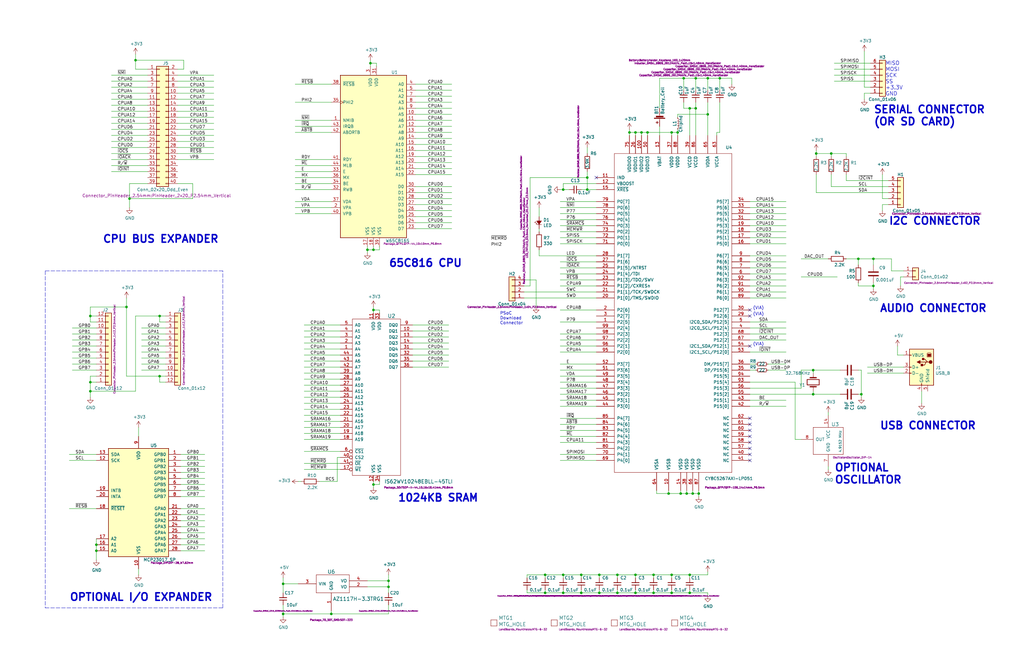
<source format=kicad_sch>
(kicad_sch (version 20211123) (generator eeschema)
  (paper "B")
  (junction (at 139.7 259.08))
  (junction (at 290.83 242.57))
  (junction (at 267.97 242.57))
  (junction (at 237.49 80.01))
  (junction (at 273.05 55.88))
  (junction (at 157.48 105.41))
  (junction (at 53.34 129.54))
  (junction (at 292.1 208.28))
  (junction (at 283.21 242.57))
  (junction (at 294.64 208.28))
  (junction (at 229.87 250.19))
  (junction (at 237.49 250.19))
  (junction (at 237.49 242.57))
  (junction (at 275.59 242.57))
  (junction (at 290.83 250.19))
  (junction (at 245.11 250.19))
  (junction (at 361.95 109.22))
  (junction (at 154.94 105.41))
  (junction (at 289.56 208.28))
  (junction (at 368.3 109.22))
  (junction (at 67.31 158.75))
  (junction (at 38.1 133.35))
  (junction (at 247.65 74.93))
  (junction (at 283.21 250.19))
  (junction (at 245.11 242.57))
  (junction (at 344.17 64.77))
  (junction (at 281.94 208.28))
  (junction (at 260.35 242.57))
  (junction (at 40.64 232.41))
  (junction (at 229.87 242.57))
  (junction (at 163.83 245.11))
  (junction (at 267.97 250.19))
  (junction (at 267.97 55.88))
  (junction (at 265.43 55.88))
  (junction (at 57.15 25.4))
  (junction (at 67.31 133.35))
  (junction (at 119.38 259.08))
  (junction (at 38.1 161.29))
  (junction (at 163.83 247.65))
  (junction (at 40.64 229.87))
  (junction (at 288.29 33.02))
  (junction (at 350.52 64.77))
  (junction (at 260.35 250.19))
  (junction (at 54.61 83.82))
  (junction (at 283.21 55.88))
  (junction (at 252.73 250.19))
  (junction (at 157.48 130.81))
  (junction (at 119.38 246.38))
  (junction (at 290.83 45.72))
  (junction (at 247.65 80.01))
  (junction (at 293.37 33.02))
  (junction (at 303.53 33.02))
  (junction (at 342.9 166.37))
  (junction (at 285.75 55.88))
  (junction (at 252.73 242.57))
  (junction (at 287.02 208.28))
  (junction (at 298.45 33.02))
  (junction (at 342.9 156.21))
  (junction (at 156.21 26.67))
  (junction (at 363.22 166.37))
  (junction (at 293.37 45.72))
  (junction (at 298.45 48.26))
  (junction (at 368.3 120.65))
  (junction (at 38.1 165.1))
  (junction (at 157.48 204.47))
  (junction (at 275.59 250.19))
  (junction (at 270.51 55.88))
  (no_connect (at 316.23 189.23))
  (no_connect (at 316.23 133.35))
  (no_connect (at 316.23 179.07))
  (no_connect (at 316.23 191.77))
  (no_connect (at 316.23 176.53))
  (no_connect (at 316.23 184.15))
  (no_connect (at 316.23 130.81))
  (no_connect (at 316.23 181.61))
  (no_connect (at 251.46 74.93))
  (no_connect (at 316.23 146.05))
  (no_connect (at 316.23 194.31))
  (no_connect (at 316.23 186.69))
  (wire (pts (xy 74.93 44.45) (xy 90.17 44.45)))
  (wire (pts (xy 227.33 105.41) (xy 227.33 107.95)))
  (wire (pts (xy 124.46 35.56) (xy 139.7 35.56)))
  (wire (pts (xy 124.46 43.18) (xy 139.7 43.18)))
  (wire (pts (xy 316.23 171.45) (xy 331.47 171.45)))
  (wire (pts (xy 335.28 185.42) (xy 335.28 161.29)))
  (wire (pts (xy 290.83 57.15) (xy 290.83 45.72)))
  (wire (pts (xy 175.26 68.58) (xy 190.5 68.58)))
  (wire (pts (xy 128.27 154.94) (xy 143.51 154.94)))
  (wire (pts (xy 316.23 143.51) (xy 331.47 143.51)))
  (wire (pts (xy 124.46 69.85) (xy 139.7 69.85)))
  (wire (pts (xy 364.49 36.83) (xy 364.49 21.59)))
  (wire (pts (xy 46.99 72.39) (xy 62.23 72.39)))
  (wire (pts (xy 236.22 186.69) (xy 251.46 186.69)))
  (wire (pts (xy 175.26 83.82) (xy 190.5 83.82)))
  (wire (pts (xy 76.2 209.55) (xy 86.36 209.55)))
  (wire (pts (xy 76.2 201.93) (xy 86.36 201.93)))
  (wire (pts (xy 163.83 247.65) (xy 163.83 250.19)))
  (wire (pts (xy 293.37 45.72) (xy 293.37 57.15)))
  (wire (pts (xy 154.94 105.41) (xy 157.48 105.41)))
  (wire (pts (xy 175.26 35.56) (xy 190.5 35.56)))
  (wire (pts (xy 303.53 38.1) (xy 303.53 33.02)))
  (wire (pts (xy 275.59 242.57) (xy 283.21 242.57)))
  (wire (pts (xy 30.48 143.51) (xy 40.64 143.51)))
  (wire (pts (xy 363.22 166.37) (xy 363.22 167.64)))
  (wire (pts (xy 267.97 243.84) (xy 267.97 242.57)))
  (wire (pts (xy 40.64 140.97) (xy 30.48 140.97)))
  (wire (pts (xy 316.23 168.91) (xy 331.47 168.91)))
  (wire (pts (xy 298.45 48.26) (xy 285.75 48.26)))
  (wire (pts (xy 119.38 259.08) (xy 119.38 255.27)))
  (wire (pts (xy 288.29 33.02) (xy 293.37 33.02)))
  (wire (pts (xy 76.2 207.01) (xy 86.36 207.01)))
  (wire (pts (xy 283.21 55.88) (xy 285.75 55.88)))
  (wire (pts (xy 316.23 102.87) (xy 331.47 102.87)))
  (wire (pts (xy 46.99 44.45) (xy 62.23 44.45)))
  (wire (pts (xy 342.9 166.37) (xy 342.9 165.1)))
  (wire (pts (xy 298.45 48.26) (xy 298.45 57.15)))
  (wire (pts (xy 298.45 43.18) (xy 298.45 48.26)))
  (wire (pts (xy 247.65 64.77) (xy 247.65 62.23)))
  (wire (pts (xy 124.46 80.01) (xy 139.7 80.01)))
  (wire (pts (xy 40.64 161.29) (xy 38.1 161.29)))
  (wire (pts (xy 38.1 158.75) (xy 38.1 161.29)))
  (wire (pts (xy 361.95 109.22) (xy 361.95 111.76)))
  (wire (pts (xy 288.29 38.1) (xy 288.29 33.02)))
  (wire (pts (xy 270.51 57.15) (xy 270.51 55.88)))
  (wire (pts (xy 30.48 153.67) (xy 40.64 153.67)))
  (wire (pts (xy 278.13 53.34) (xy 278.13 57.15)))
  (wire (pts (xy 128.27 180.34) (xy 143.51 180.34)))
  (wire (pts (xy 316.23 92.71) (xy 331.47 92.71)))
  (wire (pts (xy 67.31 133.35) (xy 67.31 135.89)))
  (wire (pts (xy 229.87 242.57) (xy 237.49 242.57)))
  (wire (pts (xy 46.99 57.15) (xy 62.23 57.15)))
  (wire (pts (xy 175.26 43.18) (xy 190.5 43.18)))
  (wire (pts (xy 59.69 153.67) (xy 69.85 153.67)))
  (wire (pts (xy 222.25 250.19) (xy 222.25 248.92)))
  (wire (pts (xy 372.11 86.36) (xy 374.65 86.36)))
  (wire (pts (xy 175.26 96.52) (xy 190.5 96.52)))
  (wire (pts (xy 265.43 55.88) (xy 267.97 55.88)))
  (wire (pts (xy 58.42 240.03) (xy 58.42 242.57)))
  (wire (pts (xy 252.73 250.19) (xy 245.11 250.19)))
  (wire (pts (xy 74.93 31.75) (xy 90.17 31.75)))
  (wire (pts (xy 316.23 107.95) (xy 331.47 107.95)))
  (wire (pts (xy 175.26 50.8) (xy 190.5 50.8)))
  (wire (pts (xy 139.7 257.81) (xy 139.7 259.08)))
  (wire (pts (xy 157.48 130.81) (xy 157.48 132.08)))
  (wire (pts (xy 229.87 248.92) (xy 229.87 250.19)))
  (wire (pts (xy 173.99 139.7) (xy 189.23 139.7)))
  (wire (pts (xy 30.48 148.59) (xy 40.64 148.59)))
  (wire (pts (xy 40.64 133.35) (xy 38.1 133.35)))
  (wire (pts (xy 175.26 78.74) (xy 190.5 78.74)))
  (wire (pts (xy 76.2 217.17) (xy 86.36 217.17)))
  (wire (pts (xy 351.79 34.29) (xy 367.03 34.29)))
  (wire (pts (xy 298.45 33.02) (xy 303.53 33.02)))
  (wire (pts (xy 124.46 90.17) (xy 139.7 90.17)))
  (wire (pts (xy 154.94 245.11) (xy 163.83 245.11)))
  (wire (pts (xy 270.51 55.88) (xy 273.05 55.88)))
  (wire (pts (xy 236.22 115.57) (xy 251.46 115.57)))
  (wire (pts (xy 220.98 118.11) (xy 226.06 118.11)))
  (wire (pts (xy 69.85 161.29) (xy 67.31 161.29)))
  (wire (pts (xy 293.37 33.02) (xy 298.45 33.02)))
  (wire (pts (xy 157.48 130.81) (xy 160.02 130.81)))
  (wire (pts (xy 276.86 208.28) (xy 276.86 207.01)))
  (wire (pts (xy 54.61 77.47) (xy 54.61 83.82)))
  (wire (pts (xy 74.93 36.83) (xy 90.17 36.83)))
  (wire (pts (xy 163.83 259.08) (xy 163.83 255.27)))
  (wire (pts (xy 236.22 158.75) (xy 251.46 158.75)))
  (wire (pts (xy 302.26 55.88) (xy 303.53 55.88)))
  (wire (pts (xy 30.48 156.21) (xy 40.64 156.21)))
  (wire (pts (xy 175.26 71.12) (xy 190.5 71.12)))
  (wire (pts (xy 38.1 129.54) (xy 53.34 129.54)))
  (wire (pts (xy 175.26 60.96) (xy 190.5 60.96)))
  (wire (pts (xy 154.94 247.65) (xy 163.83 247.65)))
  (wire (pts (xy 236.22 92.71) (xy 251.46 92.71)))
  (wire (pts (xy 53.34 129.54) (xy 53.34 158.75)))
  (wire (pts (xy 267.97 250.19) (xy 260.35 250.19)))
  (wire (pts (xy 74.93 62.23) (xy 90.17 62.23)))
  (wire (pts (xy 175.26 63.5) (xy 190.5 63.5)))
  (wire (pts (xy 267.97 242.57) (xy 275.59 242.57)))
  (wire (pts (xy 74.93 46.99) (xy 90.17 46.99)))
  (wire (pts (xy 302.26 57.15) (xy 302.26 55.88)))
  (wire (pts (xy 236.22 166.37) (xy 251.46 166.37)))
  (wire (pts (xy 128.27 175.26) (xy 143.51 175.26)))
  (wire (pts (xy 372.11 83.82) (xy 374.65 83.82)))
  (wire (pts (xy 267.97 55.88) (xy 270.51 55.88)))
  (wire (pts (xy 290.83 248.92) (xy 290.83 250.19)))
  (wire (pts (xy 173.99 152.4) (xy 189.23 152.4)))
  (wire (pts (xy 337.82 156.21) (xy 342.9 156.21)))
  (wire (pts (xy 344.17 81.28) (xy 344.17 73.66)))
  (wire (pts (xy 236.22 100.33) (xy 251.46 100.33)))
  (wire (pts (xy 236.22 161.29) (xy 251.46 161.29)))
  (wire (pts (xy 76.2 214.63) (xy 86.36 214.63)))
  (wire (pts (xy 236.22 143.51) (xy 251.46 143.51)))
  (wire (pts (xy 289.56 208.28) (xy 287.02 208.28)))
  (wire (pts (xy 142.24 203.2) (xy 134.62 203.2)))
  (wire (pts (xy 46.99 31.75) (xy 62.23 31.75)))
  (wire (pts (xy 124.46 67.31) (xy 139.7 67.31)))
  (wire (pts (xy 372.11 83.82) (xy 372.11 73.66)))
  (wire (pts (xy 76.2 204.47) (xy 86.36 204.47)))
  (wire (pts (xy 160.02 204.47) (xy 160.02 203.2)))
  (wire (pts (xy 77.47 25.4) (xy 77.47 29.21)))
  (wire (pts (xy 245.11 248.92) (xy 245.11 250.19)))
  (wire (pts (xy 288.29 45.72) (xy 290.83 45.72)))
  (wire (pts (xy 76.2 194.31) (xy 86.36 194.31)))
  (wire (pts (xy 236.22 191.77) (xy 251.46 191.77)))
  (wire (pts (xy 252.73 243.84) (xy 252.73 242.57)))
  (wire (pts (xy 237.49 77.47) (xy 237.49 80.01)))
  (wire (pts (xy 368.3 120.65) (xy 361.95 120.65)))
  (wire (pts (xy 316.23 90.17) (xy 331.47 90.17)))
  (wire (pts (xy 364.49 39.37) (xy 367.03 39.37)))
  (wire (pts (xy 351.79 29.21) (xy 367.03 29.21)))
  (wire (pts (xy 316.23 97.79) (xy 331.47 97.79)))
  (wire (pts (xy 316.23 100.33) (xy 331.47 100.33)))
  (wire (pts (xy 316.23 153.67) (xy 318.77 153.67)))
  (wire (pts (xy 316.23 156.21) (xy 318.77 156.21)))
  (wire (pts (xy 281.94 207.01) (xy 281.94 208.28)))
  (wire (pts (xy 316.23 110.49) (xy 331.47 110.49)))
  (wire (pts (xy 29.21 191.77) (xy 40.64 191.77)))
  (wire (pts (xy 236.22 181.61) (xy 251.46 181.61)))
  (wire (pts (xy 74.93 67.31) (xy 90.17 67.31)))
  (wire (pts (xy 59.69 156.21) (xy 69.85 156.21)))
  (wire (pts (xy 40.64 227.33) (xy 40.64 229.87)))
  (wire (pts (xy 46.99 36.83) (xy 62.23 36.83)))
  (wire (pts (xy 38.1 161.29) (xy 38.1 165.1)))
  (wire (pts (xy 128.27 149.86) (xy 143.51 149.86)))
  (wire (pts (xy 245.11 80.01) (xy 247.65 80.01)))
  (wire (pts (xy 59.69 148.59) (xy 69.85 148.59)))
  (wire (pts (xy 265.43 55.88) (xy 265.43 54.61)))
  (wire (pts (xy 59.69 151.13) (xy 69.85 151.13)))
  (wire (pts (xy 67.31 158.75) (xy 69.85 158.75)))
  (wire (pts (xy 74.93 59.69) (xy 90.17 59.69)))
  (wire (pts (xy 76.2 199.39) (xy 86.36 199.39)))
  (wire (pts (xy 294.64 207.01) (xy 294.64 208.28)))
  (wire (pts (xy 77.47 29.21) (xy 74.93 29.21)))
  (wire (pts (xy 368.3 119.38) (xy 368.3 120.65)))
  (wire (pts (xy 38.1 165.1) (xy 38.1 167.64)))
  (wire (pts (xy 157.48 105.41) (xy 160.02 105.41)))
  (wire (pts (xy 287.02 208.28) (xy 287.02 207.01)))
  (wire (pts (xy 139.7 259.08) (xy 163.83 259.08)))
  (wire (pts (xy 236.22 118.11) (xy 251.46 118.11)))
  (wire (pts (xy 227.33 91.44) (xy 227.33 87.63)))
  (wire (pts (xy 260.35 242.57) (xy 267.97 242.57)))
  (wire (pts (xy 76.2 191.77) (xy 86.36 191.77)))
  (wire (pts (xy 222.25 242.57) (xy 229.87 242.57)))
  (wire (pts (xy 368.3 109.22) (xy 375.92 109.22)))
  (wire (pts (xy 298.45 242.57) (xy 298.45 241.3)))
  (wire (pts (xy 298.45 38.1) (xy 298.45 33.02)))
  (wire (pts (xy 30.48 151.13) (xy 40.64 151.13)))
  (wire (pts (xy 308.61 33.02) (xy 308.61 35.56)))
  (wire (pts (xy 251.46 110.49) (xy 236.22 110.49)))
  (wire (pts (xy 361.95 156.21) (xy 363.22 156.21)))
  (wire (pts (xy 57.15 25.4) (xy 57.15 22.86)))
  (wire (pts (xy 285.75 55.88) (xy 285.75 57.15)))
  (wire (pts (xy 76.2 224.79) (xy 86.36 224.79)))
  (wire (pts (xy 316.23 135.89) (xy 331.47 135.89)))
  (wire (pts (xy 285.75 49.53) (xy 285.75 48.26)))
  (wire (pts (xy 119.38 246.38) (xy 125.73 246.38)))
  (wire (pts (xy 342.9 156.21) (xy 342.9 157.48)))
  (wire (pts (xy 236.22 120.65) (xy 251.46 120.65)))
  (wire (pts (xy 128.27 172.72) (xy 143.51 172.72)))
  (wire (pts (xy 236.22 90.17) (xy 251.46 90.17)))
  (wire (pts (xy 245.11 243.84) (xy 245.11 242.57)))
  (wire (pts (xy 46.99 69.85) (xy 62.23 69.85)))
  (wire (pts (xy 57.15 165.1) (xy 57.15 133.35)))
  (wire (pts (xy 124.46 77.47) (xy 139.7 77.47)))
  (wire (pts (xy 283.21 57.15) (xy 283.21 55.88)))
  (wire (pts (xy 275.59 248.92) (xy 275.59 250.19)))
  (wire (pts (xy 157.48 204.47) (xy 160.02 204.47)))
  (wire (pts (xy 175.26 88.9) (xy 190.5 88.9)))
  (wire (pts (xy 46.99 34.29) (xy 62.23 34.29)))
  (wire (pts (xy 128.27 185.42) (xy 143.51 185.42)))
  (wire (pts (xy 175.26 81.28) (xy 190.5 81.28)))
  (wire (pts (xy 69.85 133.35) (xy 67.31 133.35)))
  (wire (pts (xy 236.22 179.07) (xy 251.46 179.07)))
  (wire (pts (xy 298.45 250.19) (xy 298.45 251.46)))
  (wire (pts (xy 128.27 167.64) (xy 143.51 167.64)))
  (wire (pts (xy 119.38 250.19) (xy 119.38 246.38)))
  (wire (pts (xy 245.11 250.19) (xy 237.49 250.19)))
  (wire (pts (xy 237.49 250.19) (xy 229.87 250.19)))
  (wire (pts (xy 128.27 198.12) (xy 143.51 198.12)))
  (wire (pts (xy 124.46 74.93) (xy 139.7 74.93)))
  (wire (pts (xy 142.24 193.04) (xy 142.24 203.2)))
  (wire (pts (xy 316.23 166.37) (xy 342.9 166.37)))
  (wire (pts (xy 76.2 222.25) (xy 86.36 222.25)))
  (wire (pts (xy 236.22 184.15) (xy 251.46 184.15)))
  (wire (pts (xy 53.34 158.75) (xy 67.31 158.75)))
  (wire (pts (xy 74.93 57.15) (xy 90.17 57.15)))
  (wire (pts (xy 40.64 232.41) (xy 40.64 236.22)))
  (wire (pts (xy 29.21 214.63) (xy 40.64 214.63)))
  (wire (pts (xy 175.26 48.26) (xy 190.5 48.26)))
  (wire (pts (xy 143.51 193.04) (xy 142.24 193.04)))
  (wire (pts (xy 290.83 243.84) (xy 290.83 242.57)))
  (wire (pts (xy 156.21 26.67) (xy 156.21 25.4)))
  (wire (pts (xy 335.28 161.29) (xy 316.23 161.29)))
  (wire (pts (xy 124.46 85.09) (xy 139.7 85.09)))
  (wire (pts (xy 173.99 144.78) (xy 189.23 144.78)))
  (wire (pts (xy 240.03 80.01) (xy 237.49 80.01)))
  (wire (pts (xy 273.05 55.88) (xy 273.05 57.15)))
  (wire (pts (xy 275.59 250.19) (xy 267.97 250.19)))
  (wire (pts (xy 54.61 83.82) (xy 81.28 83.82)))
  (wire (pts (xy 350.52 78.74) (xy 374.65 78.74)))
  (wire (pts (xy 283.21 248.92) (xy 283.21 250.19)))
  (wire (pts (xy 260.35 250.19) (xy 252.73 250.19)))
  (wire (pts (xy 175.26 38.1) (xy 190.5 38.1)))
  (wire (pts (xy 46.99 52.07) (xy 62.23 52.07)))
  (wire (pts (xy 46.99 59.69) (xy 62.23 59.69)))
  (wire (pts (xy 349.25 175.26) (xy 349.25 173.99)))
  (wire (pts (xy 59.69 140.97) (xy 69.85 140.97)))
  (wire (pts (xy 316.23 148.59) (xy 331.47 148.59)))
  (wire (pts (xy 303.53 43.18) (xy 303.53 55.88)))
  (wire (pts (xy 74.93 39.37) (xy 90.17 39.37)))
  (wire (pts (xy 46.99 62.23) (xy 62.23 62.23)))
  (wire (pts (xy 247.65 80.01) (xy 251.46 80.01)))
  (wire (pts (xy 290.83 242.57) (xy 298.45 242.57)))
  (wire (pts (xy 128.27 152.4) (xy 143.51 152.4)))
  (wire (pts (xy 38.1 165.1) (xy 57.15 165.1)))
  (wire (pts (xy 267.97 57.15) (xy 267.97 55.88)))
  (wire (pts (xy 157.48 203.2) (xy 157.48 204.47)))
  (wire (pts (xy 46.99 54.61) (xy 62.23 54.61)))
  (wire (pts (xy 40.64 158.75) (xy 38.1 158.75)))
  (wire (pts (xy 267.97 248.92) (xy 267.97 250.19)))
  (wire (pts (xy 128.27 162.56) (xy 143.51 162.56)))
  (wire (pts (xy 350.52 64.77) (xy 344.17 64.77)))
  (wire (pts (xy 356.87 64.77) (xy 350.52 64.77)))
  (wire (pts (xy 128.27 160.02) (xy 143.51 160.02)))
  (wire (pts (xy 298.45 250.19) (xy 290.83 250.19)))
  (wire (pts (xy 260.35 243.84) (xy 260.35 242.57)))
  (wire (pts (xy 364.49 36.83) (xy 367.03 36.83)))
  (wire (pts (xy 74.93 52.07) (xy 90.17 52.07)))
  (wire (pts (xy 293.37 43.18) (xy 293.37 45.72)))
  (wire (pts (xy 175.26 93.98) (xy 190.5 93.98)))
  (wire (pts (xy 124.46 55.88) (xy 139.7 55.88)))
  (wire (pts (xy 287.02 208.28) (xy 281.94 208.28)))
  (wire (pts (xy 236.22 148.59) (xy 251.46 148.59)))
  (wire (pts (xy 251.46 77.47) (xy 237.49 77.47)))
  (wire (pts (xy 74.93 64.77) (xy 90.17 64.77)))
  (wire (pts (xy 316.23 115.57) (xy 331.47 115.57)))
  (wire (pts (xy 351.79 26.67) (xy 367.03 26.67)))
  (wire (pts (xy 40.64 229.87) (xy 40.64 232.41)))
  (wire (pts (xy 128.27 195.58) (xy 143.51 195.58)))
  (wire (pts (xy 316.23 140.97) (xy 331.47 140.97)))
  (wire (pts (xy 46.99 39.37) (xy 62.23 39.37)))
  (wire (pts (xy 157.48 204.47) (xy 157.48 205.74)))
  (wire (pts (xy 378.46 149.86) (xy 378.46 146.05)))
  (polyline (pts (xy 93.98 114.3) (xy 19.05 114.3)))
  (wire (pts (xy 59.69 138.43) (xy 69.85 138.43)))
  (wire (pts (xy 365.76 154.94) (xy 381 154.94)))
  (wire (pts (xy 292.1 207.01) (xy 292.1 208.28)))
  (wire (pts (xy 59.69 146.05) (xy 69.85 146.05)))
  (wire (pts (xy 163.83 245.11) (xy 163.83 242.57)))
  (wire (pts (xy 316.23 125.73) (xy 331.47 125.73)))
  (wire (pts (xy 222.25 243.84) (xy 222.25 242.57)))
  (wire (pts (xy 293.37 38.1) (xy 293.37 33.02)))
  (wire (pts (xy 236.22 140.97) (xy 251.46 140.97)))
  (wire (pts (xy 128.27 177.8) (xy 143.51 177.8)))
  (wire (pts (xy 265.43 57.15) (xy 265.43 55.88)))
  (wire (pts (xy 128.27 190.5) (xy 143.51 190.5)))
  (wire (pts (xy 175.26 86.36) (xy 190.5 86.36)))
  (wire (pts (xy 236.22 87.63) (xy 251.46 87.63)))
  (wire (pts (xy 251.46 107.95) (xy 227.33 107.95)))
  (wire (pts (xy 316.23 118.11) (xy 331.47 118.11)))
  (wire (pts (xy 124.46 87.63) (xy 139.7 87.63)))
  (wire (pts (xy 57.15 25.4) (xy 77.47 25.4)))
  (wire (pts (xy 361.95 166.37) (xy 363.22 166.37)))
  (wire (pts (xy 375.92 109.22) (xy 375.92 114.3)))
  (wire (pts (xy 278.13 33.02) (xy 288.29 33.02)))
  (wire (pts (xy 229.87 243.84) (xy 229.87 242.57)))
  (wire (pts (xy 157.48 129.54) (xy 157.48 130.81)))
  (wire (pts (xy 342.9 166.37) (xy 354.33 166.37)))
  (wire (pts (xy 223.52 74.93) (xy 223.52 120.65)))
  (wire (pts (xy 220.98 123.19) (xy 251.46 123.19)))
  (wire (pts (xy 245.11 242.57) (xy 252.73 242.57)))
  (wire (pts (xy 46.99 64.77) (xy 62.23 64.77)))
  (wire (pts (xy 154.94 105.41) (xy 154.94 106.68)))
  (wire (pts (xy 337.82 185.42) (xy 335.28 185.42)))
  (wire (pts (xy 350.52 78.74) (xy 350.52 73.66)))
  (wire (pts (xy 76.2 219.71) (xy 86.36 219.71)))
  (wire (pts (xy 163.83 245.11) (xy 163.83 247.65)))
  (wire (pts (xy 74.93 54.61) (xy 90.17 54.61)))
  (wire (pts (xy 46.99 49.53) (xy 62.23 49.53)))
  (wire (pts (xy 237.49 80.01) (xy 236.22 80.01)))
  (wire (pts (xy 67.31 161.29) (xy 67.31 158.75)))
  (wire (pts (xy 175.26 58.42) (xy 190.5 58.42)))
  (wire (pts (xy 283.21 242.57) (xy 290.83 242.57)))
  (wire (pts (xy 247.65 74.93) (xy 247.65 80.01)))
  (wire (pts (xy 247.65 72.39) (xy 247.65 74.93)))
  (wire (pts (xy 236.22 171.45) (xy 251.46 171.45)))
  (wire (pts (xy 69.85 135.89) (xy 67.31 135.89)))
  (wire (pts (xy 337.82 109.22) (xy 349.25 109.22)))
  (wire (pts (xy 316.23 87.63) (xy 331.47 87.63)))
  (wire (pts (xy 227.33 96.52) (xy 227.33 97.79)))
  (wire (pts (xy 364.49 39.37) (xy 364.49 41.91)))
  (wire (pts (xy 154.94 104.14) (xy 154.94 105.41)))
  (wire (pts (xy 337.82 116.84) (xy 353.06 116.84)))
  (wire (pts (xy 128.27 142.24) (xy 143.51 142.24)))
  (wire (pts (xy 46.99 67.31) (xy 62.23 67.31)))
  (wire (pts (xy 76.2 227.33) (xy 86.36 227.33)))
  (wire (pts (xy 158.75 26.67) (xy 158.75 27.94)))
  (wire (pts (xy 38.1 133.35) (xy 38.1 129.54)))
  (wire (pts (xy 175.26 45.72) (xy 190.5 45.72)))
  (wire (pts (xy 316.23 95.25) (xy 331.47 95.25)))
  (wire (pts (xy 128.27 144.78) (xy 143.51 144.78)))
  (wire (pts (xy 160.02 130.81) (xy 160.02 132.08)))
  (wire (pts (xy 368.3 109.22) (xy 368.3 111.76)))
  (wire (pts (xy 363.22 156.21) (xy 363.22 166.37)))
  (wire (pts (xy 356.87 76.2) (xy 374.65 76.2)))
  (wire (pts (xy 278.13 33.02) (xy 278.13 45.72)))
  (wire (pts (xy 344.17 64.77) (xy 344.17 66.04)))
  (wire (pts (xy 344.17 81.28) (xy 374.65 81.28)))
  (wire (pts (xy 290.83 250.19) (xy 283.21 250.19)))
  (wire (pts (xy 275.59 250.19) (xy 283.21 250.19)))
  (wire (pts (xy 124.46 53.34) (xy 139.7 53.34)))
  (wire (pts (xy 173.99 147.32) (xy 189.23 147.32)))
  (wire (pts (xy 156.21 26.67) (xy 158.75 26.67)))
  (wire (pts (xy 229.87 250.19) (xy 222.25 250.19)))
  (wire (pts (xy 375.92 114.3) (xy 381 114.3)))
  (wire (pts (xy 372.11 86.36) (xy 372.11 88.9)))
  (wire (pts (xy 356.87 66.04) (xy 356.87 64.77)))
  (wire (pts (xy 173.99 154.94) (xy 189.23 154.94)))
  (wire (pts (xy 76.2 229.87) (xy 86.36 229.87)))
  (wire (pts (xy 361.95 109.22) (xy 368.3 109.22)))
  (wire (pts (xy 294.64 208.28) (xy 294.64 209.55)))
  (wire (pts (xy 236.22 135.89) (xy 251.46 135.89)))
  (wire (pts (xy 236.22 176.53) (xy 251.46 176.53)))
  (wire (pts (xy 76.2 196.85) (xy 86.36 196.85)))
  (wire (pts (xy 74.93 34.29) (xy 90.17 34.29)))
  (wire (pts (xy 127 203.2) (xy 125.73 203.2)))
  (wire (pts (xy 175.26 73.66) (xy 190.5 73.66)))
  (wire (pts (xy 58.42 180.34) (xy 58.42 184.15)))
  (wire (pts (xy 378.46 149.86) (xy 381 149.86)))
  (wire (pts (xy 160.02 105.41) (xy 160.02 104.14)))
  (wire (pts (xy 252.73 242.57) (xy 260.35 242.57)))
  (wire (pts (xy 260.35 248.92) (xy 260.35 250.19)))
  (wire (pts (xy 124.46 50.8) (xy 139.7 50.8)))
  (wire (pts (xy 119.38 243.84) (xy 119.38 246.38)))
  (wire (pts (xy 30.48 146.05) (xy 40.64 146.05)))
  (wire (pts (xy 237.49 243.84) (xy 237.49 242.57)))
  (wire (pts (xy 237.49 248.92) (xy 237.49 250.19)))
  (wire (pts (xy 349.25 196.85) (xy 349.25 198.12)))
  (wire (pts (xy 236.22 156.21) (xy 251.46 156.21)))
  (wire (pts (xy 337.82 163.83) (xy 337.82 156.21)))
  (wire (pts (xy 236.22 130.81) (xy 251.46 130.81)))
  (wire (pts (xy 316.23 123.19) (xy 331.47 123.19)))
  (wire (pts (xy 46.99 46.99) (xy 62.23 46.99)))
  (wire (pts (xy 223.52 120.65) (xy 220.98 120.65)))
  (wire (pts (xy 351.79 31.75) (xy 367.03 31.75)))
  (wire (pts (xy 236.22 153.67) (xy 251.46 153.67)))
  (wire (pts (xy 175.26 53.34) (xy 190.5 53.34)))
  (wire (pts (xy 175.26 40.64) (xy 190.5 40.64)))
  (wire (pts (xy 29.21 194.31) (xy 40.64 194.31)))
  (wire (pts (xy 57.15 133.35) (xy 67.31 133.35)))
  (wire (pts (xy 236.22 95.25) (xy 251.46 95.25)))
  (wire (pts (xy 81.28 83.82) (xy 81.28 77.47)))
  (wire (pts (xy 175.26 91.44) (xy 190.5 91.44)))
  (wire (pts (xy 38.1 135.89) (xy 38.1 133.35)))
  (wire (pts (xy 251.46 125.73) (xy 220.98 125.73)))
  (wire (pts (xy 57.15 29.21) (xy 62.23 29.21)))
  (wire (pts (xy 46.99 41.91) (xy 62.23 41.91)))
  (wire (pts (xy 323.85 153.67) (xy 331.47 153.67)))
  (wire (pts (xy 344.17 64.77) (xy 344.17 63.5)))
  (wire (pts (xy 128.27 182.88) (xy 143.51 182.88)))
  (wire (pts (xy 59.69 143.51) (xy 69.85 143.51)))
  (wire (pts (xy 288.29 43.18) (xy 288.29 45.72)))
  (wire (pts (xy 173.99 137.16) (xy 189.23 137.16)))
  (wire (pts (xy 252.73 248.92) (xy 252.73 250.19)))
  (wire (pts (xy 316.23 163.83) (xy 337.82 163.83)))
  (wire (pts (xy 316.23 138.43) (xy 331.47 138.43)))
  (wire (pts (xy 128.27 147.32) (xy 143.51 147.32)))
  (wire (pts (xy 350.52 66.04) (xy 350.52 64.77)))
  (wire (pts (xy 128.27 137.16) (xy 143.51 137.16)))
  (wire (pts (xy 236.22 113.03) (xy 251.46 113.03)))
  (wire (pts (xy 62.23 77.47) (xy 54.61 77.47)))
  (wire (pts (xy 53.34 125.73) (xy 53.34 129.54)))
  (wire (pts (xy 128.27 170.18) (xy 143.51 170.18)))
  (wire (pts (xy 379.73 116.84) (xy 381 116.84)))
  (wire (pts (xy 74.93 49.53) (xy 90.17 49.53)))
  (wire (pts (xy 275.59 243.84) (xy 275.59 242.57)))
  (polyline (pts (xy 19.05 256.54) (xy 93.98 256.54)))
  (wire (pts (xy 281.94 208.28) (xy 276.86 208.28)))
  (wire (pts (xy 175.26 55.88) (xy 190.5 55.88)))
  (wire (pts (xy 175.26 66.04) (xy 190.5 66.04)))
  (wire (pts (xy 157.48 105.41) (xy 157.48 104.14)))
  (wire (pts (xy 236.22 194.31) (xy 251.46 194.31)))
  (wire (pts (xy 294.64 208.28) (xy 292.1 208.28)))
  (wire (pts (xy 173.99 149.86) (xy 189.23 149.86)))
  (wire (pts (xy 173.99 142.24) (xy 189.23 142.24)))
  (wire (pts (xy 285.75 54.61) (xy 285.75 55.88)))
  (wire (pts (xy 128.27 157.48) (xy 143.51 157.48)))
  (wire (pts (xy 316.23 113.03) (xy 331.47 113.03)))
  (wire (pts (xy 139.7 259.08) (xy 119.38 259.08)))
  (wire (pts (xy 236.22 168.91) (xy 251.46 168.91)))
  (wire (pts (xy 156.21 27.94) (xy 156.21 26.67)))
  (wire (pts (xy 119.38 260.35) (xy 119.38 259.08)))
  (wire (pts (xy 361.95 120.65) (xy 361.95 119.38)))
  (wire (pts (xy 283.21 243.84) (xy 283.21 242.57)))
  (wire (pts (xy 128.27 139.7) (xy 143.51 139.7)))
  (wire (pts (xy 316.23 120.65) (xy 331.47 120.65)))
  (wire (pts (xy 303.53 33.02) (xy 308.61 33.02)))
  (wire (pts (xy 236.22 97.79) (xy 251.46 97.79)))
  (wire (pts (xy 236.22 85.09) (xy 251.46 85.09)))
  (wire (pts (xy 247.65 74.93) (xy 223.52 74.93)))
  (wire (pts (xy 57.15 29.21) (xy 57.15 25.4)))
  (wire (pts (xy 74.93 41.91) (xy 90.17 41.91)))
  (wire (pts (xy 81.28 77.47) (xy 74.93 77.47)))
  (wire (pts (xy 365.76 157.48) (xy 381 157.48)))
  (wire (pts (xy 354.33 156.21) (xy 342.9 156.21)))
  (wire (pts (xy 236.22 146.05) (xy 251.46 146.05)))
  (wire (pts (xy 226.06 118.11) (xy 226.06 129.54)))
  (wire (pts (xy 379.73 116.84) (xy 379.73 120.65)))
  (wire (pts (xy 237.49 242.57) (xy 245.11 242.57)))
  (wire (pts (xy 356.87 109.22) (xy 361.95 109.22)))
  (wire (pts (xy 289.56 207.01) (xy 289.56 208.28)))
  (wire (pts (xy 40.64 135.89) (xy 38.1 135.89)))
  (wire (pts (xy 76.2 232.41) (xy 86.36 232.41)))
  (wire (pts (xy 368.3 120.65) (xy 368.3 121.92)))
  (wire (pts (xy 236.22 163.83) (xy 251.46 163.83)))
  (wire (pts (xy 30.48 138.43) (xy 40.64 138.43)))
  (wire (pts (xy 292.1 208.28) (xy 289.56 208.28)))
  (wire (pts (xy 323.85 156.21) (xy 331.47 156.21)))
  (wire (pts (xy 236.22 102.87) (xy 251.46 102.87)))
  (wire (pts (xy 290.83 45.72) (xy 293.37 45.72)))
  (wire (pts (xy 356.87 76.2) (xy 356.87 73.66)))
  (wire (pts (xy 316.23 85.09) (xy 331.47 85.09)))
  (wire (pts (xy 273.05 55.88) (xy 283.21 55.88)))
  (polyline (pts (xy 19.05 114.3) (xy 19.05 256.54)))
  (polyline (pts (xy 93.98 256.54) (xy 93.98 114.3)))
  (wire (pts (xy 124.46 72.39) (xy 139.7 72.39)))
  (wire (pts (xy 388.62 165.1) (xy 388.62 170.18)))
  (wire (pts (xy 128.27 165.1) (xy 143.51 165.1)))
  (wire (pts (xy 54.61 83.82) (xy 54.61 87.63)))
  (text "1024KB SRAM" (at 167.64 212.09 0) (effects (font (size 3.175 3.175) (thickness 0.635) bold) (justify left bottom)))
  (text "CPU BUS EXPANDER" (at 43.18 102.87 0) (effects (font (size 3.175 3.175) (thickness 0.635) bold) (justify left bottom)))
  (text "OPTIONAL I/O EXPANDER" (at 29.21 254 0) (effects (font (size 3.175 3.175) (thickness 0.635) bold) (justify left bottom)))
  (text "(VIA)" (at 317.5 130.81 0) (effects (font (size 1.27 1.27)) (justify left bottom)))
  (text "(VIA)" (at 317.5 146.05 0) (effects (font (size 1.27 1.27)) (justify left bottom)))
  (text "I2C CONNECTOR" (at 374.65 95.25 0) (effects (font (size 3.175 3.175) (thickness 0.635) bold) (justify left bottom)))
  (text "MISO\nMOSI\nSCK\nSS\n+3.3V\nGND" (at 373.38 40.64 0) (effects (font (size 1.6002 1.6002)) (justify left bottom)))
  (text "AUDIO CONNECTOR" (at 370.84 132.08 0) (effects (font (size 3.175 3.175) (thickness 0.635) bold) (justify left bottom)))
  (text "(VIA)" (at 317.5 133.35 0) (effects (font (size 1.27 1.27)) (justify left bottom)))
  (text "OPTIONAL\nOSCILLATOR" (at 351.79 204.47 0) (effects (font (size 3.175 3.175) (thickness 0.635) bold) (justify left bottom)))
  (text "65C816 CPU" (at 163.83 113.03 0) (effects (font (size 3.175 3.175) (thickness 0.635) bold) (justify left bottom)))
  (text "PSoC \nDownload\nConnector" (at 210.82 137.16 0) (effects (font (size 1.27 1.27)) (justify left bottom)))
  (text "USB CONNECTOR" (at 370.84 181.61 0) (effects (font (size 3.175 3.175) (thickness 0.635) bold) (justify left bottom)))
  (text "SERIAL CONNECTOR\n(OR SD CARD)" (at 368.3 53.34 0) (effects (font (size 3.175 3.175) (thickness 0.635) bold) (justify left bottom)))
  (label "GPA4" (at 62.23 148.59 0))
  (label "~{NMI}" (at 238.76 87.63 0))
  (label "SDA" (at 320.04 135.89 0))
  (label "SRAMA19" (at 130.81 185.42 0))
  (label "CPUD4" (at 49.53 57.15 0))
  (label "GPB7" (at 78.74 209.55 0))
  (label "CPUA12" (at 180.34 66.04 0))
  (label "GPA6" (at 78.74 229.87 0))
  (label "CPUA2" (at 180.34 40.64 0))
  (label "CPUD4" (at 180.34 147.32 0))
  (label "GPA6" (at 62.23 153.67 0))
  (label "CPUA12" (at 318.77 92.71 0))
  (label "CPUD7" (at 180.34 96.52 0))
  (label "~{I2CINT}" (at 320.04 140.97 0))
  (label "CPUA5" (at 238.76 146.05 0))
  (label "GPA2" (at 78.74 219.71 0))
  (label "GPB0" (at 78.74 191.77 0))
  (label "VPB" (at 127 90.17 0))
  (label "SPIMISO" (at 354.33 26.67 0))
  (label "GPB3" (at 33.02 146.05 0))
  (label "GPA7" (at 62.23 156.21 0))
  (label "~{RESB}" (at 238.76 118.11 0))
  (label "MX" (at 238.76 156.21 0))
  (label "SRAMA16" (at 238.76 163.83 0))
  (label "PHI2" (at 127 43.18 0))
  (label "DAC_OUT" (at 339.09 109.22 0))
  (label "CPUA9" (at 238.76 120.65 0))
  (label "GPB6" (at 33.02 153.67 0))
  (label "CPUA11" (at 80.01 46.99 0))
  (label "P77" (at 238.76 90.17 0))
  (label "GPA0" (at 78.74 214.63 0))
  (label "CPUD6" (at 49.53 54.61 0))
  (label "CPUA11" (at 130.81 165.1 0))
  (label "~{IOCS}" (at 49.53 64.77 0))
  (label "CPUA2" (at 49.53 36.83 0))
  (label "~{ML}" (at 238.76 184.15 0))
  (label "GPA4" (at 78.74 224.79 0))
  (label "SCL" (at 361.95 78.74 0))
  (label "~{IOINT}" (at 49.53 72.39 0))
  (label "GPA3" (at 78.74 222.25 0))
  (label "CPUA4" (at 130.81 147.32 0))
  (label "GPA1" (at 62.23 140.97 0))
  (label "GPB1" (at 78.74 194.31 0))
  (label "SPISS" (at 238.76 100.33 0))
  (label "SPISCK" (at 238.76 102.87 0))
  (label "CPUD2" (at 180.34 142.24 0))
  (label "CPUA15" (at 130.81 175.26 0))
  (label "GPA1" (at 78.74 217.17 0))
  (label "CPUA3" (at 80.01 36.83 0))
  (label "SRAMA18" (at 238.76 168.91 0))
  (label "GPB6" (at 78.74 207.01 0))
  (label "GPA2" (at 62.23 143.51 0))
  (label "GPB2" (at 78.74 196.85 0))
  (label "CPUA3" (at 180.34 43.18 0))
  (label "CPUA5" (at 130.81 149.86 0))
  (label "CPUD3" (at 318.77 97.79 0))
  (label "CPUA4" (at 238.76 148.59 0))
  (label "VPA" (at 127 87.63 0))
  (label "CPUA3" (at 130.81 144.78 0))
  (label "CPUD6" (at 180.34 93.98 0))
  (label "CPUA7" (at 80.01 41.91 0))
  (label "BE" (at 320.04 168.91 0))
  (label "SCL" (at 320.04 138.43 0))
  (label "GPB1" (at 33.02 140.97 0))
  (label "E" (at 127 72.39 0))
  (label "USB-DM" (at 368.3 157.48 0))
  (label "RCS" (at 137.16 203.2 0))
  (label "CPUA5" (at 80.01 39.37 0))
  (label "CPUA0" (at 130.81 137.16 0))
  (label "GPB7" (at 33.02 156.21 0))
  (label "MX" (at 127 74.93 0))
  (label "CPUD1" (at 318.77 102.87 0))
  (label "GPB3" (at 78.74 199.39 0))
  (label "CPUA1" (at 80.01 34.29 0))
  (label "~{IOACK}" (at 238.76 113.03 0))
  (label "SWD" (at 238.76 125.73 0))
  (label "CPUA15" (at 80.01 52.07 0))
  (label "VPB" (at 80.01 67.31 0))
  (label "BE" (at 127 77.47 0))
  (label "CPUA6" (at 238.76 143.51 0))
  (label "CPUA4" (at 49.53 39.37 0))
  (label "CPUD4" (at 180.34 88.9 0))
  (label "CPUD2" (at 180.34 83.82 0))
  (label "CPUA10" (at 130.81 162.56 0))
  (label "~{IRQ}" (at 127 53.34 0))
  (label "SRAMA19" (at 238.76 171.45 0))
  (label "GPB5" (at 78.74 204.47 0))
  (label "~{RESB}" (at 80.01 64.77 0))
  (label "CPUA15" (at 318.77 85.09 0))
  (label "R/~{W}" (at 320.04 171.45 0))
  (label "RDY" (at 127 67.31 0))
  (label "CPUA9" (at 80.01 44.45 0))
  (label "~{IRQ}" (at 238.76 176.53 0))
  (label "CPUA12" (at 130.81 167.64 0))
  (label "RDY" (at 238.76 181.61 0))
  (label "R/~{W}" (at 49.53 69.85 0))
  (label "~{I2CINT}" (at 361.95 76.2 0))
  (label "PHI2" (at 207.01 104.14 0))
  (label "CPUA13" (at 80.01 49.53 0))
  (label "DAC_OUT" (at 320.04 143.51 0))
  (label "CPUA6" (at 130.81 152.4 0))
  (label "CPUA11" (at 180.34 63.5 0))
  (label "CPUA6" (at 49.53 41.91 0))
  (label "~{SRAMCS}" (at 238.76 95.25 0))
  (label "CPUA8" (at 180.34 55.88 0))
  (label "USB-DP" (at 368.3 154.94 0))
  (label "CPUA7" (at 180.34 53.34 0))
  (label "CPUD7" (at 80.01 54.61 0))
  (label "VDA" (at 127 85.09 0))
  (label "CPUA7" (at 130.81 154.94 0))
  (label "SCL" (at 31.75 194.31 0))
  (label "CPUD5" (at 180.34 91.44 0))
  (label "CPUA1" (at 318.77 123.19 0))
  (label "CPUA2" (at 130.81 142.24 0))
  (label "GPB2" (at 33.02 143.51 0))
  (label "CPUA8" (at 130.81 157.48 0))
  (label "GPB5" (at 33.02 151.13 0))
  (label "VPA" (at 238.76 85.09 0))
  (label "SRAMA17" (at 238.76 166.37 0))
  (label "CPUD6" (at 318.77 113.03 0))
  (label "USB-DP" (at 325.12 156.21 0))
  (label "GPB4" (at 78.74 201.93 0))
  (label "~{MEMWR}" (at 130.81 198.12 0))
  (label "CPUA5" (at 180.34 48.26 0))
  (label "CPUA0" (at 318.77 125.73 0))
  (label "~{ABTB}" (at 238.76 179.07 0))
  (label "~{IOCS}" (at 238.76 110.49 0))
  (label "VPA" (at 80.01 31.75 0))
  (label "CPUD3" (at 180.34 144.78 0))
  (label "CPUD2" (at 318.77 100.33 0))
  (label "GPA0" (at 62.23 138.43 0))
  (label "CPUA15" (at 180.34 73.66 0))
  (label "VDA" (at 238.76 158.75 0))
  (label "CPUA14" (at 130.81 172.72 0))
  (label "CPUA11" (at 238.76 186.69 0))
  (label "CPUD4" (at 318.77 107.95 0))
  (label "SPISCK" (at 354.33 31.75 0))
  (label "CPUA14" (at 49.53 52.07 0))
  (label "VPB" (at 238.76 115.57 0))
  (label "~{NMI}" (at 49.53 31.75 0))
  (label "CPUD0" (at 180.34 137.16 0))
  (label "CPUD0" (at 340.36 116.84 0))
  (label "CPUA0" (at 49.53 34.29 0))
  (label "E" (at 238.76 153.67 0))
  (label "CPUA10" (at 180.34 60.96 0))
  (label "SPIMOSI" (at 238.76 191.77 0))
  (label "SPIMISO" (at 238.76 194.31 0))
  (label "R/~{W}" (at 127 80.01 0))
  (label "CPUD5" (at 180.34 149.86 0))
  (label "P79" (at 238.76 135.89 0))
  (label "CPUA8" (at 238.76 130.81 0))
  (label "SDA" (at 31.75 191.77 0))
  (label "CPUA14" (at 180.34 71.12 0))
  (label "CPUA10" (at 318.77 95.25 0))
  (label "CPUA10" (at 49.53 46.99 0))
  (label "CPUA1" (at 130.81 139.7 0))
  (label "CPUD7" (at 318.77 115.57 0))
  (label "CPUA4" (at 180.34 45.72 0))
  (label "GPA5" (at 78.74 227.33 0))
  (label "~{MEMRD}" (at 207.01 101.6 0))
  (label "CPUD5" (at 318.77 110.49 0))
  (label "CPUD1" (at 180.34 139.7 0))
  (label "CPUA7" (at 238.76 140.97 0))
  (label "GPA5" (at 62.23 151.13 0))
  (label "SDA" (at 361.95 81.28 0))
  (label "P78" (at 238.76 161.29 0))
  (label "~{SRAMCS}" (at 130.81 190.5 0))
  (label "USB-DM" (at 325.12 153.67 0))
  (label "CPUA13" (at 318.77 90.17 0))
  (label "CPUD0" (at 49.53 62.23 0))
  (label "P76" (at 238.76 92.71 0))
  (label "CPUA13" (at 180.34 68.58 0))
  (label "~{MEMRD}" (at 130.81 195.58 0))
  (label "~{IOACK}" (at 49.53 67.31 0))
  (label "CPUD5" (at 80.01 57.15 0))
  (label "LED" (at 238.76 107.95 0))
  (label "GPA3" (at 62.23 146.05 0))
  (label "CPUD3" (at 80.01 59.69 0))
  (label "SWC" (at 238.76 123.19 0))
  (label "CPUA9" (at 130.81 160.02 0))
  (label "CPUA0" (at 180.34 35.56 0))
  (label "CPUA14" (at 318.77 87.63 0))
  (label "~{IOINT}" (at 320.04 148.59 0))
  (label "CPUA8" (at 49.53 44.45 0))
  (label "GPB4" (at 33.02 148.59 0))
  (label "~{RESB}" (at 127 35.56 0))
  (label "CPUA1" (at 180.34 38.1 0))
  (label "GPB0" (at 33.02 138.43 0))
  (label "CPUD6" (at 180.34 152.4 0))
  (label "CPUD3" (at 180.34 86.36 0))
  (label "SRAMA16" (at 130.81 177.8 0))
  (label "~{ML}" (at 127 69.85 0))
  (label "~{NMI}" (at 127 50.8 0))
  (label "~{ABTB}" (at 127 55.88 0))
  (label "CPUD1" (at 180.34 81.28 0))
  (label "CPUA13" (at 130.81 170.18 0))
  (label "CPUD7" (at 180.34 154.94 0))
  (label "CPUD0" (at 180.34 78.74 0))
  (label "CPUA9" (at 180.34 58.42 0))
  (label "~{MEMWR}" (at 238.76 97.79 0))
  (label "SRAMA18" (at 130.81 182.88 0))
  (label "CPUA3" (at 318.77 118.11 0))
  (label "SPISS" (at 354.33 34.29 0))
  (label "SPIMOSI" (at 354.33 29.21 0))
  (label "SRAMA17" (at 130.81 180.34 0))
  (label "CPUD1" (at 80.01 62.23 0))
  (label "~{RESB}" (at 31.75 214.63 0))
  (label "CPUA12" (at 49.53 49.53 0))
  (label "CPUD2" (at 49.53 59.69 0))
  (label "CPUA2" (at 318.77 120.65 0))
  (label "CPUA6" (at 180.34 50.8 0))
  (label "GPA7" (at 78.74 232.41 0))
  (symbol (lib_id "power:GND") (at 154.94 106.68 0) (unit 1)
    (property "Reference" "#PWR0101" (effects hide))
    (property "Value" "GND" (at 155.067 111.0742 0))
  )
  (symbol (lib_id "WC65C816_CPU-rescue:CY8C5888AXI-LP096-LandBoards_Semis") (at 285.75 132.08 0) (unit 1)
    (property "Reference" "U4" (at 307.34 62.23 0))
    (property "Value" "CY8C5267AXI-LP051" (at 307.34 201.93 0))
    (property "Footprint" "Package_QFP:TQFP-100_14x14mm_P0.5mm" (at 309.88 205.74 0) (effects (font (size 0.762 0.762))))
    (property "Datasheet" "DOCUMENTATION" (effects hide))
  )
  (symbol (lib_id "Device:LED_Small_ALT") (at 227.33 93.98 90) (unit 1)
    (property "Reference" "D1" (at 229.0572 92.8116 90) (effects (justify right)))
    (property "Value" "LED" (at 229.0572 95.123 90) (effects (justify right)))
    (property "Footprint" "LED_THT:LED_D3.0mm_Horizontal_O1.27mm_Z2.0mm" (at 222.25 93.98 0) (effects (font (size 0.762 0.762))))
  )
  (symbol (lib_id "Device:R") (at 227.33 101.6 0) (unit 1)
    (property "Reference" "R7" (at 229.108 100.4316 0) (effects (justify left)))
    (property "Value" "330" (at 229.108 102.743 0) (effects (justify left)))
    (property "Footprint" "Resistor_SMD:R_0805_2012Metric_Pad1.15x1.40mm_HandSolder" (at 220.98 101.6 90) (effects (font (size 0.762 0.762))))
  )
  (symbol (lib_id "Device:Crystal") (at 342.9 161.29 90) (unit 1)
    (property "Reference" "Y1" (at 339.5726 162.4584 90) (effects (justify left)))
    (property "Value" "32.768KHz" (at 341.63 157.48 90) (effects (justify left)))
    (property "Footprint" "Crystal:Crystal_C26-LF_D2.1mm_L6.5mm_Horizontal" (effects hide))
  )
  (symbol (lib_id "Device:C") (at 358.14 156.21 270) (unit 1)
    (property "Reference" "C18" (at 359.3084 159.131 0) (effects (justify left)))
    (property "Value" "8pF" (at 356.997 159.131 0) (effects (justify left)))
    (property "Footprint" "Capacitor_SMD:C_0805_2012Metric_Pad1.15x1.40mm_HandSolder" (effects hide))
  )
  (symbol (lib_id "Device:C") (at 358.14 166.37 270) (unit 1)
    (property "Reference" "C19" (at 359.3084 169.291 0) (effects (justify left)))
    (property "Value" "8pF" (at 356.997 169.291 0) (effects (justify left)))
    (property "Footprint" "Capacitor_SMD:C_0805_2012Metric_Pad1.15x1.40mm_HandSolder" (effects hide))
  )
  (symbol (lib_id "Connector_Generic:Conn_01x06") (at 372.11 34.29 0) (mirror x) (unit 1)
    (property "Reference" "H3" (at 372.11 24.13 0))
    (property "Value" "Conn_01x06" (at 372.11 41.91 0))
    (property "Footprint" "Connector_PinHeader_2.54mm:PinHeader_1x06_P2.54mm_Vertical" (effects hide))
  )
  (symbol (lib_id "power:GND") (at 364.49 41.91 0) (unit 1)
    (property "Reference" "#PWR0119" (effects hide))
    (property "Value" "GND" (at 364.617 46.3042 0))
  )
  (symbol (lib_id "power:GND") (at 363.22 167.64 0) (unit 1)
    (property "Reference" "#PWR0108" (effects hide))
    (property "Value" "GND" (at 363.347 172.0342 0))
  )
  (symbol (lib_id "WC65C816_CPU-rescue:MCP23017_SP-Interface_Expansion-Z80_CPU-rescue") (at 58.42 212.09 0) (unit 1)
    (property "Reference" "U5" (at 64.77 187.96 0))
    (property "Value" "MCP23017_SP" (at 67.31 236.22 0))
    (property "Footprint" "Package_DIP:DIP-28_W7.62mm" (at 63.5 237.49 0) (effects (font (size 0.762 0.762)) (justify left)))
    (property "Datasheet" "http://ww1.microchip.com/downloads/en/DeviceDoc/20001952C.pdf" (effects hide))
  )
  (symbol (lib_id "power:GND") (at 294.64 209.55 0) (unit 1)
    (property "Reference" "#PWR0106" (effects hide))
    (property "Value" "GND" (at 294.767 213.9442 0))
  )
  (symbol (lib_id "Device:R") (at 356.87 69.85 0) (unit 1)
    (property "Reference" "R1" (at 358.648 68.6816 0) (effects (justify left)))
    (property "Value" "2.2K" (at 356.87 72.39 90) (effects (justify left)))
    (property "Footprint" "Resistor_SMD:R_0805_2012Metric_Pad1.15x1.40mm_HandSolder" (effects hide))
  )
  (symbol (lib_id "Device:R") (at 350.52 69.85 0) (unit 1)
    (property "Reference" "R2" (at 352.298 68.6816 0) (effects (justify left)))
    (property "Value" "2.2K" (at 350.52 72.39 90) (effects (justify left)))
    (property "Footprint" "Resistor_SMD:R_0805_2012Metric_Pad1.15x1.40mm_HandSolder" (effects hide))
  )
  (symbol (lib_id "Device:R") (at 344.17 69.85 0) (unit 1)
    (property "Reference" "R3" (at 345.948 68.6816 0) (effects (justify left)))
    (property "Value" "2.2K" (at 344.17 72.39 90) (effects (justify left)))
    (property "Footprint" "Resistor_SMD:R_0805_2012Metric_Pad1.15x1.40mm_HandSolder" (effects hide))
  )
  (symbol (lib_id "Device:R") (at 353.06 109.22 270) (unit 1)
    (property "Reference" "R4" (at 351.79 106.68 90) (effects (justify left)))
    (property "Value" "2.2K" (at 351.79 111.76 90) (effects (justify left)))
    (property "Footprint" "Resistor_SMD:R_0805_2012Metric_Pad1.15x1.40mm_HandSolder" (effects hide))
  )
  (symbol (lib_id "Device:R") (at 361.95 115.57 180) (unit 1)
    (property "Reference" "R5" (at 360.68 114.3 0) (effects (justify left)))
    (property "Value" "100" (at 360.68 116.84 0) (effects (justify left)))
    (property "Footprint" "Resistor_SMD:R_0805_2012Metric_Pad1.15x1.40mm_HandSolder" (effects hide))
  )
  (symbol (lib_id "Device:C") (at 368.3 115.57 180) (unit 1)
    (property "Reference" "C9" (at 373.38 113.03 0) (effects (justify left)))
    (property "Value" "0.001uF" (at 377.19 118.11 0) (effects (justify left)))
    (property "Footprint" "Capacitor_SMD:C_0805_2012Metric_Pad1.15x1.40mm_HandSolder" (effects hide))
  )
  (symbol (lib_id "Connector_Generic:Conn_01x05") (at 379.73 81.28 0) (mirror x) (unit 1)
    (property "Reference" "H1" (at 379.73 73.66 0))
    (property "Value" "Conn_01x05" (at 382.27 88.9 0))
    (property "Footprint" "Connector_PinHeader_2.54mm:PinHeader_1x05_P2.54mm_Vertical" (at 394.97 90.17 0) (effects (font (size 0.762 0.762))))
  )
  (symbol (lib_id "power:GND") (at 368.3 121.92 0) (unit 1)
    (property "Reference" "#PWR0128" (effects hide))
    (property "Value" "GND" (at 368.427 126.3142 0))
  )
  (symbol (lib_id "Device:Battery_Cell") (at 278.13 48.26 180) (unit 1)
    (property "Reference" "BT1" (at 276.86 48.26 90) (effects (justify right)))
    (property "Value" "Battery_Cell" (at 279.4 48.26 90) (effects (justify right)))
    (property "Footprint" "Battery:BatteryHolder_Keystone_103_1x20mm" (at 278.13 25.4 0) (effects (font (size 0.762 0.762))))
  )
  (symbol (lib_id "power:GND") (at 379.73 120.65 0) (unit 1)
    (property "Reference" "#PWR0129" (effects hide))
    (property "Value" "GND" (at 379.857 125.0442 0))
  )
  (symbol (lib_id "Connector_Generic:Conn_02x20_Odd_Even") (at 67.31 52.07 0) (unit 1)
    (property "Reference" "J5" (at 69.85 26.67 0))
    (property "Value" "Conn_02x20_Odd_Even" (at 68.58 80.01 0))
    (property "Footprint" "Connector_PinHeader_2.54mm:PinHeader_2x20_P2.54mm_Vertical" (at 66.04 82.55 0))
  )
  (symbol (lib_id "WC65C816_CPU-rescue:W65C816S-LandBoards_Semis") (at 157.48 66.04 0) (unit 1)
    (property "Reference" "U1" (at 166.37 30.48 0))
    (property "Value" "W65C816S" (at 167.64 101.6 0))
    (property "Footprint" "Package_QFP:LQFP-44_10x10mm_P0.8mm" (at 173.99 102.87 0) (effects (font (size 0.762 0.762))))
  )
  (symbol (lib_id "Device:C_Small") (at 242.57 80.01 270) (unit 1)
    (property "Reference" "C13" (at 242.57 76.2 90))
    (property "Value" "0.1uF" (at 246.38 81.28 90))
    (property "Footprint" "Capacitor_SMD:C_0805_2012Metric_Pad1.15x1.40mm_HandSolder" (at 219.71 81.28 0) (effects (font (size 0.635 0.635))))
  )
  (symbol (lib_id "Connector_Generic:Conn_01x02") (at 386.08 114.3 0) (unit 1)
    (property "Reference" "J4" (at 388.112 114.5032 0) (effects (justify left)))
    (property "Value" "Conn_01x02" (at 388.112 116.8146 0) (effects (justify left)))
    (property "Footprint" "Connector_PinHeader_2.54mm:PinHeader_1x02_P2.54mm_Vertical" (at 400.05 119.38 0) (effects (font (size 0.762 0.762))))
  )
  (symbol (lib_id "power:GND") (at 236.22 80.01 270) (unit 1)
    (property "Reference" "#PWR0109" (effects hide))
    (property "Value" "GND" (at 231.8258 80.137 0))
  )
  (symbol (lib_id "power:GND") (at 58.42 242.57 0) (unit 1)
    (property "Reference" "#PWR0121" (effects hide))
    (property "Value" "GND" (at 58.547 246.9642 0))
  )
  (symbol (lib_id "Connector_Generic:Conn_01x04") (at 215.9 123.19 180) (unit 1)
    (property "Reference" "H2" (at 215.9 115.57 0))
    (property "Value" "Conn_01x04" (at 215.9 128.27 0))
    (property "Footprint" "Connector_PinHeader_2.54mm:PinHeader_1x04_P2.54mm_Vertical" (at 215.9 129.54 0) (effects (font (size 0.762 0.762))))
  )
  (symbol (lib_id "power:+3.3V") (at 57.15 22.86 0) (unit 1)
    (property "Reference" "#PWR02" (effects hide))
    (property "Value" "+3.3V" (at 57.531 18.4658 0))
  )
  (symbol (lib_id "power:GND") (at 226.06 129.54 0) (unit 1)
    (property "Reference" "#PWR0110" (effects hide))
    (property "Value" "GND" (at 226.187 133.9342 0))
  )
  (symbol (lib_id "power:GND") (at 40.64 236.22 0) (unit 1)
    (property "Reference" "#PWR0123" (effects hide))
    (property "Value" "GND" (at 40.767 240.6142 0))
  )
  (symbol (lib_id "Device:R_Small") (at 321.31 153.67 270) (unit 1)
    (property "Reference" "R8" (at 317.5 152.4 90))
    (property "Value" "22" (at 321.31 156.21 90))
    (property "Footprint" "Resistor_SMD:R_0805_2012Metric_Pad1.15x1.40mm_HandSolder" (effects hide))
  )
  (symbol (lib_id "Device:R_Small") (at 321.31 156.21 270) (unit 1)
    (property "Reference" "R9" (at 317.5 154.94 90))
    (property "Value" "22" (at 321.31 153.543 90))
    (property "Footprint" "Resistor_SMD:R_0805_2012Metric_Pad1.15x1.40mm_HandSolder" (effects hide))
  )
  (symbol (lib_id "Connector_Generic:Conn_01x12") (at 74.93 146.05 0) (unit 1)
    (property "Reference" "J3" (at 74.93 130.81 0) (effects (justify left)))
    (property "Value" "Conn_01x12" (at 74.93 163.83 0) (effects (justify left)))
    (property "Footprint" "Connector_PinHeader_2.54mm:PinHeader_1x12_P2.54mm_Vertical" (at 77.47 162.56 90) (effects (font (size 0.762 0.762)) (justify left)))
  )
  (symbol (lib_id "Connector_Generic:Conn_01x12") (at 45.72 148.59 0) (mirror x) (unit 1)
    (property "Reference" "J2" (at 44.45 130.81 0))
    (property "Value" "Conn_01x12" (at 45.72 163.83 0))
    (property "Footprint" "Connector_PinHeader_2.54mm:PinHeader_1x12_P2.54mm_Vertical" (at 48.26 147.32 90) (effects (font (size 0.762 0.762))))
  )
  (symbol (lib_id "WC65C816_CPU-rescue:USB_B-Connector-Z80_CPU-rescue") (at 388.62 154.94 0) (mirror y) (unit 1)
    (property "Reference" "J1" (at 394.4366 155.1686 0) (effects (justify right)))
    (property "Value" "USB_B" (at 394.4366 157.48 0) (effects (justify right)))
    (property "Footprint" "Connector_USB:USB_B_OST_USB-B1HSxx_Horizontal" (effects hide))
    (property "Datasheet" " ~" (effects hide))
  )
  (symbol (lib_id "power:GND") (at 38.1 167.64 0) (unit 1)
    (property "Reference" "#PWR0124" (effects hide))
    (property "Value" "GND" (at 38.227 172.0342 0))
  )
  (symbol (lib_id "power:+5V") (at 378.46 146.05 0) (unit 1)
    (property "Reference" "#PWR0111" (effects hide))
    (property "Value" "+5V" (at 378.841 141.6558 0))
  )
  (symbol (lib_id "power:GND") (at 388.62 170.18 0) (unit 1)
    (property "Reference" "#PWR0112" (effects hide))
    (property "Value" "GND" (at 388.747 174.5742 0))
  )
  (symbol (lib_id "power:GND") (at 157.48 205.74 0) (unit 1)
    (property "Reference" "#PWR0104" (effects hide))
    (property "Value" "GND" (at 157.607 210.1342 0))
  )
  (symbol (lib_id "Device:C_Small") (at 293.37 40.64 180) (unit 1)
    (property "Reference" "C4" (at 292.1 38.1 90))
    (property "Value" "1uF" (at 294.64 38.1 90))
    (property "Footprint" "Capacitor_SMD:C_0805_2012Metric_Pad1.15x1.40mm_HandSolder" (at 293.37 30.48 0) (effects (font (size 0.762 0.762))))
  )
  (symbol (lib_id "power:GND") (at 308.61 35.56 0) (unit 1)
    (property "Reference" "#PWR0113" (effects hide))
    (property "Value" "GND" (at 308.737 39.9542 0))
  )
  (symbol (lib_id "Device:C_Small") (at 303.53 40.64 180) (unit 1)
    (property "Reference" "C8" (at 302.26 38.1 90))
    (property "Value" "1uF" (at 304.8 38.1 90))
    (property "Footprint" "Capacitor_SMD:C_0805_2012Metric_Pad1.15x1.40mm_HandSolder" (at 303.53 27.94 0) (effects (font (size 0.762 0.762))))
  )
  (symbol (lib_id "Device:C_Small") (at 288.29 40.64 180) (unit 1)
    (property "Reference" "C10" (at 287.02 38.1 90))
    (property "Value" "1uF" (at 289.56 38.1 90))
    (property "Footprint" "Capacitor_SMD:C_0805_2012Metric_Pad1.15x1.40mm_HandSolder" (at 288.29 31.75 0) (effects (font (size 0.762 0.762))))
  )
  (symbol (lib_id "power:GND") (at 372.11 88.9 0) (unit 1)
    (property "Reference" "#PWR0117" (effects hide))
    (property "Value" "GND" (at 372.237 93.2942 0))
  )
  (symbol (lib_id "Device:L_Small") (at 285.75 52.07 0) (unit 1)
    (property "Reference" "L1" (at 284.48 53.34 90) (effects (justify left)))
    (property "Value" "ChipInd" (at 287.02 55.88 90) (effects (justify left)))
    (property "Footprint" "Inductor_SMD:L_0805_2012Metric_Pad1.15x1.40mm_HandSolder" (at 285.75 26.67 0) (effects (font (size 0.762 0.762))))
  )
  (symbol (lib_id "WC65C816_CPU-rescue:IS62WV10248EBLL-45TLI-LandBoards_Semis") (at 158.75 165.1 0) (unit 1)
    (property "Reference" "U2" (at 165.1 133.35 0) (effects (font (size 1.524 1.524))))
    (property "Value" "IS62WV10248EBLL-45TLI" (at 176.53 203.2 0) (effects (font (size 1.524 1.524))))
    (property "Footprint" "Package_SO:TSOP-II-44_10.16x18.41mm_P0.8mm" (at 176.53 205.74 0) (effects (font (size 0.762 0.762))))
  )
  (symbol (lib_id "Device:C_Small") (at 298.45 40.64 180) (unit 1)
    (property "Reference" "C7" (at 297.18 38.1 90))
    (property "Value" "1uF" (at 299.72 38.1 90))
    (property "Footprint" "Capacitor_SMD:C_0805_2012Metric_Pad1.15x1.40mm_HandSolder" (at 298.45 29.21 0) (effects (font (size 0.762 0.762))))
  )
  (symbol (lib_id "WC65C816_CPU-rescue:OSC-LandBoards_Semis") (at 349.25 185.42 0) (mirror y) (unit 1)
    (property "Reference" "U3" (at 350.52 179.07 0) (effects (font (size 1.524 1.524)) (justify right)))
    (property "Value" "4.9152 MHz" (at 354.33 181.61 90) (effects (font (size 1.016 1.016)) (justify right)))
    (property "Footprint" "Oscillator:Oscillator_DIP-14" (at 359.41 193.04 0) (effects (font (size 0.762 0.762))))
  )
  (symbol (lib_id "Device:R") (at 130.81 203.2 270) (unit 1)
    (property "Reference" "R10" (at 129.54 200.66 90) (effects (justify left)))
    (property "Value" "2.2K" (at 129.54 205.74 90) (effects (justify left)))
    (property "Footprint" "Resistor_SMD:R_0805_2012Metric_Pad1.15x1.40mm_HandSolder" (effects hide))
  )
  (symbol (lib_id "power:GND") (at 349.25 198.12 0) (unit 1)
    (property "Reference" "#PWR0115" (effects hide))
    (property "Value" "GND" (at 349.377 202.5142 0))
  )
  (symbol (lib_id "power:+3.3V") (at 265.43 54.61 0) (unit 1)
    (property "Reference" "#PWR0102" (effects hide))
    (property "Value" "+3.3V" (at 265.811 50.2158 0))
  )
  (symbol (lib_id "power:+3.3V") (at 247.65 62.23 0) (unit 1)
    (property "Reference" "#PWR0103" (effects hide))
    (property "Value" "+3.3V" (at 248.031 57.8358 0))
  )
  (symbol (lib_id "power:+3.3V") (at 227.33 87.63 0) (unit 1)
    (property "Reference" "#PWR0105" (effects hide))
    (property "Value" "+3.3V" (at 227.711 83.2358 0))
  )
  (symbol (lib_id "power:+3.3V") (at 156.21 25.4 0) (unit 1)
    (property "Reference" "#PWR0107" (effects hide))
    (property "Value" "+3.3V" (at 156.591 21.0058 0))
  )
  (symbol (lib_id "power:+3.3V") (at 53.34 125.73 0) (unit 1)
    (property "Reference" "#PWR0114" (effects hide))
    (property "Value" "+3.3V" (at 53.721 121.3358 0))
  )
  (symbol (lib_id "power:+3.3V") (at 58.42 180.34 0) (unit 1)
    (property "Reference" "#PWR0116" (effects hide))
    (property "Value" "+3.3V" (at 58.801 175.9458 0))
  )
  (symbol (lib_id "power:+3.3V") (at 157.48 129.54 0) (unit 1)
    (property "Reference" "#PWR0118" (effects hide))
    (property "Value" "+3.3V" (at 157.861 125.1458 0))
  )
  (symbol (lib_id "power:+3.3V") (at 364.49 21.59 0) (unit 1)
    (property "Reference" "#PWR0120" (effects hide))
    (property "Value" "+3.3V" (at 364.871 17.1958 0))
  )
  (symbol (lib_id "power:+3.3V") (at 344.17 63.5 0) (unit 1)
    (property "Reference" "#PWR0122" (effects hide))
    (property "Value" "+3.3V" (at 344.551 59.1058 0))
  )
  (symbol (lib_id "power:+3.3V") (at 372.11 73.66 0) (unit 1)
    (property "Reference" "#PWR0125" (effects hide))
    (property "Value" "+3.3V" (at 372.491 69.2658 0))
  )
  (symbol (lib_id "power:+3.3V") (at 349.25 173.99 0) (unit 1)
    (property "Reference" "#PWR0127" (effects hide))
    (property "Value" "+3.3V" (at 349.631 169.5958 0))
  )
  (symbol (lib_id "power:+3.3V") (at 125.73 203.2 90) (unit 1)
    (property "Reference" "#PWR0130" (effects hide))
    (property "Value" "+3.3V" (at 122.4788 202.819 90) (effects (justify left)))
  )
  (symbol (lib_id "power:+3.3V") (at 298.45 241.3 0) (unit 1)
    (property "Reference" "#PWR0131" (effects hide))
    (property "Value" "+3.3V" (at 298.831 236.9058 0))
  )
  (symbol (lib_id "WC65C816_CPU-rescue:AP1117-LandBoards_Semis") (at 142.24 245.11 0) (unit 1)
    (property "Reference" "U6" (at 139.7 241.3 0) (effects (font (size 1.524 1.524))))
    (property "Value" "AZ1117H-3.3TRG1" (at 151.13 252.73 0) (effects (font (size 1.524 1.524))))
    (property "Footprint" "Package_TO_SOT_SMD:SOT-223" (at 139.7 261.62 0) (effects (font (size 0.762 0.762))))
  )
  (symbol (lib_id "Device:C_Small") (at 163.83 252.73 180) (unit 1)
    (property "Reference" "C20" (at 166.37 250.19 0))
    (property "Value" "10uF" (at 167.64 255.27 0))
    (property "Footprint" "Capacitor_SMD:C_1210_3225Metric_Pad1.42x2.65mm_HandSolder" (at 163.83 257.81 0) (effects (font (size 0.508 0.508))))
  )
  (symbol (lib_id "Device:C_Small") (at 119.38 252.73 180) (unit 1)
    (property "Reference" "C17" (at 121.92 250.19 0))
    (property "Value" "10uF" (at 123.19 255.27 0))
    (property "Footprint" "Capacitor_SMD:C_1210_3225Metric_Pad1.42x2.65mm_HandSolder" (at 119.38 257.81 0) (effects (font (size 0.508 0.508))))
  )
  (symbol (lib_id "power:GND") (at 119.38 260.35 0) (unit 1)
    (property "Reference" "#PWR0132" (effects hide))
    (property "Value" "GND" (at 119.507 264.7442 0))
  )
  (symbol (lib_id "power:GND") (at 54.61 87.63 0) (unit 1)
    (property "Reference" "#PWR01" (effects hide))
    (property "Value" "GND" (at 54.737 92.0242 0))
  )
  (symbol (lib_id "WC65C816_CPU-rescue:MTG_HOLE-LandBoards") (at 284.48 262.89 0) (unit 1)
    (property "Reference" "MTG4" (at 286.4612 260.7818 0) (effects (font (size 1.524 1.524)) (justify left)))
    (property "Value" "MTG_HOLE" (at 286.4612 263.4742 0) (effects (font (size 1.524 1.524)) (justify left)))
    (property "Footprint" "LandBoards_MountHoles:MTG-6-32" (at 286.4612 265.5824 0) (effects (font (size 0.762 0.762)) (justify left)))
  )
  (symbol (lib_id "WC65C816_CPU-rescue:MTG_HOLE-LandBoards") (at 259.08 262.89 0) (unit 1)
    (property "Reference" "MTG3" (at 261.0612 260.7818 0) (effects (font (size 1.524 1.524)) (justify left)))
    (property "Value" "MTG_HOLE" (at 261.0612 263.4742 0) (effects (font (size 1.524 1.524)) (justify left)))
    (property "Footprint" "LandBoards_MountHoles:MTG-6-32" (at 261.0612 265.5824 0) (effects (font (size 0.762 0.762)) (justify left)))
  )
  (symbol (lib_id "WC65C816_CPU-rescue:MTG_HOLE-LandBoards") (at 233.68 262.89 0) (unit 1)
    (property "Reference" "MTG2" (at 235.6612 260.7818 0) (effects (font (size 1.524 1.524)) (justify left)))
    (property "Value" "MTG_HOLE" (at 235.6612 263.4742 0) (effects (font (size 1.524 1.524)) (justify left)))
    (property "Footprint" "LandBoards_MountHoles:MTG-6-32" (at 235.6612 265.5824 0) (effects (font (size 0.762 0.762)) (justify left)))
  )
  (symbol (lib_id "WC65C816_CPU-rescue:MTG_HOLE-LandBoards") (at 208.28 262.89 0) (unit 1)
    (property "Reference" "MTG1" (at 210.2612 260.7818 0) (effects (font (size 1.524 1.524)) (justify left)))
    (property "Value" "MTG_HOLE" (at 210.2612 263.4742 0) (effects (font (size 1.524 1.524)) (justify left)))
    (property "Footprint" "LandBoards_MountHoles:MTG-6-32" (at 210.2612 265.5824 0) (effects (font (size 0.762 0.762)) (justify left)))
  )
  (symbol (lib_id "power:+5V") (at 119.38 243.84 0) (unit 1)
    (property "Reference" "#PWR0133" (effects hide))
    (property "Value" "+5V" (at 119.761 239.4458 0))
  )
  (symbol (lib_id "power:+3.3V") (at 163.83 242.57 0) (unit 1)
    (property "Reference" "#PWR0134" (effects hide))
    (property "Value" "+3.3V" (at 164.211 238.1758 0))
  )
  (symbol (lib_id "Device:R") (at 247.65 68.58 0) (unit 1)
    (property "Reference" "R6" (at 248.92 64.77 0) (effects (justify left)))
    (property "Value" "3.9K" (at 247.65 71.12 90) (effects (justify left)))
    (property "Footprint" "Resistor_SMD:R_0805_2012Metric_Pad1.15x1.40mm_HandSolder" (at 243.84 59.69 90) (effects (font (size 0.635 0.635))))
  )
  (symbol (lib_id "Device:C_Small") (at 222.25 246.38 180) (unit 1)
    (property "Reference" "C16" (at 224.79 243.84 0))
    (property "Value" "0.1uF" (at 226.06 248.92 0))
    (property "Footprint" "Capacitor_SMD:C_0805_2012Metric_Pad1.15x1.40mm_HandSolder" (at 222.25 251.46 0) (effects (font (size 0.508 0.508))))
  )
  (symbol (lib_id "power:GND") (at 298.45 251.46 0) (unit 1)
    (property "Reference" "#PWR0126" (effects hide))
    (property "Value" "GND" (at 298.577 255.8542 0))
  )
  (symbol (lib_id "Device:C_Small") (at 229.87 246.38 180) (unit 1)
    (property "Reference" "C12" (at 232.41 243.84 0))
    (property "Value" "0.1uF" (at 233.68 248.92 0))
    (property "Footprint" "Capacitor_SMD:C_0805_2012Metric_Pad1.15x1.40mm_HandSolder" (at 229.87 251.46 0) (effects (font (size 0.508 0.508))))
  )
  (symbol (lib_id "Device:C_Small") (at 237.49 246.38 180) (unit 1)
    (property "Reference" "C15" (at 240.03 243.84 0))
    (property "Value" "0.1uF" (at 241.3 248.92 0))
    (property "Footprint" "Capacitor_SMD:C_0805_2012Metric_Pad1.15x1.40mm_HandSolder" (at 237.49 251.46 0) (effects (font (size 0.508 0.508))))
  )
  (symbol (lib_id "Device:C_Small") (at 245.11 246.38 180) (unit 1)
    (property "Reference" "C14" (at 247.65 243.84 0))
    (property "Value" "0.1uF" (at 248.92 248.92 0))
    (property "Footprint" "Capacitor_SMD:C_0805_2012Metric_Pad1.15x1.40mm_HandSolder" (at 245.11 251.46 0) (effects (font (size 0.508 0.508))))
  )
  (symbol (lib_id "Device:C_Small") (at 252.73 246.38 180) (unit 1)
    (property "Reference" "C6" (at 255.27 243.84 0))
    (property "Value" "0.1uF" (at 256.54 248.92 0))
    (property "Footprint" "Capacitor_SMD:C_0805_2012Metric_Pad1.15x1.40mm_HandSolder" (at 252.73 251.46 0) (effects (font (size 0.508 0.508))))
  )
  (symbol (lib_id "Device:C_Small") (at 260.35 246.38 180) (unit 1)
    (property "Reference" "C2" (at 262.89 243.84 0))
    (property "Value" "0.1uF" (at 264.16 248.92 0))
    (property "Footprint" "Capacitor_SMD:C_0805_2012Metric_Pad1.15x1.40mm_HandSolder" (at 260.35 251.46 0) (effects (font (size 0.508 0.508))))
  )
  (symbol (lib_id "Device:C_Small") (at 267.97 246.38 180) (unit 1)
    (property "Reference" "C3" (at 270.51 243.84 0))
    (property "Value" "0.1uF" (at 271.78 248.92 0))
    (property "Footprint" "Capacitor_SMD:C_0805_2012Metric_Pad1.15x1.40mm_HandSolder" (at 267.97 251.46 0) (effects (font (size 0.508 0.508))))
  )
  (symbol (lib_id "Device:C_Small") (at 275.59 246.38 180) (unit 1)
    (property "Reference" "C1" (at 278.13 243.84 0))
    (property "Value" "0.1uF" (at 279.4 248.92 0))
    (property "Footprint" "Capacitor_SMD:C_0805_2012Metric_Pad1.15x1.40mm_HandSolder" (at 275.59 251.46 0) (effects (font (size 0.508 0.508))))
  )
  (symbol (lib_id "Device:C_Small") (at 283.21 246.38 180) (unit 1)
    (property "Reference" "C5" (at 285.75 243.84 0))
    (property "Value" "0.1uF" (at 287.02 248.92 0))
    (property "Footprint" "Capacitor_SMD:C_0805_2012Metric_Pad1.15x1.40mm_HandSolder" (at 283.21 251.46 0) (effects (font (size 0.508 0.508))))
  )
  (symbol (lib_id "Device:C_Small") (at 290.83 246.38 180) (unit 1)
    (property "Reference" "C11" (at 293.37 243.84 0))
    (property "Value" "0.1uF" (at 294.64 248.92 0))
    (property "Footprint" "Capacitor_SMD:C_0805_2012Metric_Pad1.15x1.40mm_HandSolder" (at 290.83 251.46 0) (effects (font (size 0.508 0.508))))
  )
)
</source>
